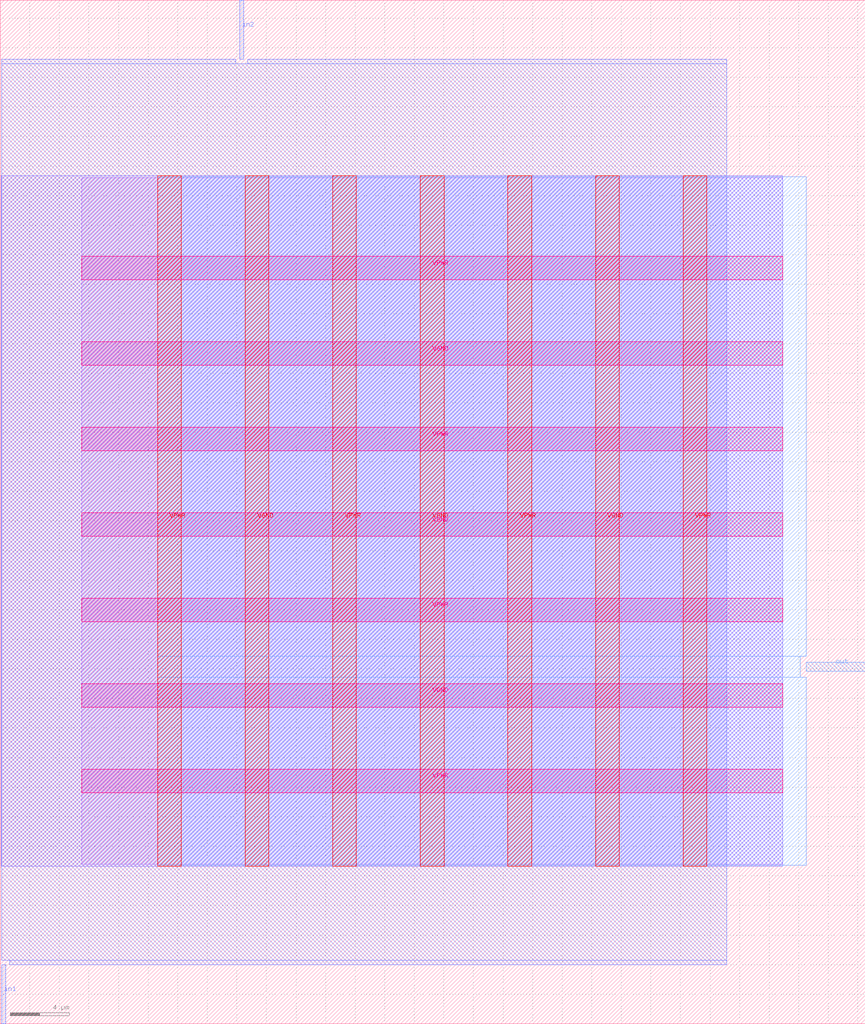
<source format=lef>
VERSION 5.7 ;
  NOWIREEXTENSIONATPIN ON ;
  DIVIDERCHAR "/" ;
  BUSBITCHARS "[]" ;
MACRO and_gate
  CLASS BLOCK ;
  FOREIGN and_gate ;
  ORIGIN 0.000 0.000 ;
  SIZE 58.495 BY 69.215 ;
  PIN VGND
    DIRECTION INPUT ;
    USE GROUND ;
    PORT
      LAYER met5 ;
        RECT 5.520 21.400 52.900 23.000 ;
    END
    PORT
      LAYER met5 ;
        RECT 5.520 32.960 52.900 34.560 ;
    END
    PORT
      LAYER met5 ;
        RECT 5.520 44.520 52.900 46.120 ;
    END
    PORT
      LAYER met4 ;
        RECT 16.565 10.640 18.165 57.360 ;
    END
    PORT
      LAYER met4 ;
        RECT 28.410 10.640 30.010 57.360 ;
    END
    PORT
      LAYER met4 ;
        RECT 40.255 10.640 41.855 57.360 ;
    END
  END VGND
  PIN VPWR
    DIRECTION INPUT ;
    USE POWER ;
    PORT
      LAYER met5 ;
        RECT 5.520 15.620 52.900 17.220 ;
    END
    PORT
      LAYER met5 ;
        RECT 5.520 27.180 52.900 28.780 ;
    END
    PORT
      LAYER met5 ;
        RECT 5.520 38.740 52.900 40.340 ;
    END
    PORT
      LAYER met5 ;
        RECT 5.520 50.300 52.900 51.900 ;
    END
    PORT
      LAYER met4 ;
        RECT 10.640 10.640 12.240 57.360 ;
    END
    PORT
      LAYER met4 ;
        RECT 22.485 10.640 24.085 57.360 ;
    END
    PORT
      LAYER met4 ;
        RECT 34.330 10.640 35.930 57.360 ;
    END
    PORT
      LAYER met4 ;
        RECT 46.175 10.640 47.775 57.360 ;
    END
  END VPWR
  PIN in1
    DIRECTION INPUT ;
    USE SIGNAL ;
    PORT
      LAYER met2 ;
        RECT 0.090 0.000 0.370 4.000 ;
    END
  END in1
  PIN in2
    DIRECTION INPUT ;
    USE SIGNAL ;
    PORT
      LAYER met2 ;
        RECT 16.190 65.215 16.470 69.215 ;
    END
  END in2
  PIN out
    DIRECTION OUTPUT TRISTATE ;
    USE SIGNAL ;
    PORT
      LAYER met3 ;
        RECT 54.495 23.840 58.495 24.440 ;
    END
  END out
  OBS
      LAYER li1 ;
        RECT 5.520 10.795 52.900 57.205 ;
      LAYER met1 ;
        RECT 0.070 10.640 52.900 57.360 ;
      LAYER met2 ;
        RECT 0.100 64.935 15.910 65.215 ;
        RECT 16.750 64.935 49.130 65.215 ;
        RECT 0.100 4.280 49.130 64.935 ;
        RECT 0.650 4.000 49.130 4.280 ;
      LAYER met3 ;
        RECT 10.640 24.840 54.495 57.285 ;
        RECT 10.640 23.440 54.095 24.840 ;
        RECT 10.640 10.715 54.495 23.440 ;
  END
END and_gate
END LIBRARY


</source>
